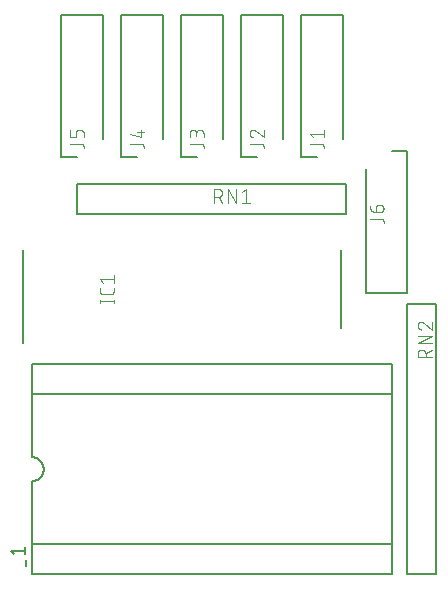
<source format=gbr>
G04 EAGLE Gerber RS-274X export*
G75*
%MOMM*%
%FSLAX34Y34*%
%LPD*%
%INSilkscreen Top*%
%IPPOS*%
%AMOC8*
5,1,8,0,0,1.08239X$1,22.5*%
G01*
%ADD10C,0.152400*%
%ADD11C,0.127000*%
%ADD12C,0.200000*%
%ADD13C,0.101600*%


D10*
X317500Y190500D02*
X12700Y190500D01*
X12700Y12700D02*
X317500Y12700D01*
X317500Y165100D02*
X317500Y190500D01*
X12700Y190500D02*
X12700Y165100D01*
X12700Y38100D02*
X12700Y12700D01*
X12700Y91440D02*
X12947Y91443D01*
X13195Y91452D01*
X13442Y91467D01*
X13688Y91488D01*
X13934Y91515D01*
X14179Y91548D01*
X14424Y91587D01*
X14667Y91632D01*
X14909Y91683D01*
X15150Y91740D01*
X15389Y91802D01*
X15627Y91871D01*
X15863Y91945D01*
X16097Y92025D01*
X16329Y92110D01*
X16559Y92202D01*
X16787Y92298D01*
X17012Y92401D01*
X17235Y92508D01*
X17455Y92622D01*
X17672Y92740D01*
X17887Y92864D01*
X18098Y92993D01*
X18306Y93127D01*
X18511Y93266D01*
X18712Y93410D01*
X18910Y93558D01*
X19104Y93712D01*
X19294Y93870D01*
X19480Y94033D01*
X19662Y94200D01*
X19840Y94372D01*
X20014Y94548D01*
X20184Y94728D01*
X20349Y94913D01*
X20509Y95101D01*
X20665Y95293D01*
X20817Y95489D01*
X20963Y95688D01*
X21105Y95891D01*
X21241Y96098D01*
X21373Y96307D01*
X21499Y96520D01*
X21620Y96736D01*
X21736Y96954D01*
X21846Y97176D01*
X21951Y97400D01*
X22051Y97626D01*
X22145Y97855D01*
X22233Y98086D01*
X22316Y98320D01*
X22393Y98555D01*
X22464Y98792D01*
X22530Y99030D01*
X22589Y99270D01*
X22643Y99512D01*
X22691Y99755D01*
X22733Y99998D01*
X22769Y100243D01*
X22799Y100489D01*
X22823Y100735D01*
X22841Y100982D01*
X22853Y101229D01*
X22859Y101476D01*
X22859Y101724D01*
X22853Y101971D01*
X22841Y102218D01*
X22823Y102465D01*
X22799Y102711D01*
X22769Y102957D01*
X22733Y103202D01*
X22691Y103445D01*
X22643Y103688D01*
X22589Y103930D01*
X22530Y104170D01*
X22464Y104408D01*
X22393Y104645D01*
X22316Y104880D01*
X22233Y105114D01*
X22145Y105345D01*
X22051Y105574D01*
X21951Y105800D01*
X21846Y106024D01*
X21736Y106246D01*
X21620Y106464D01*
X21499Y106680D01*
X21373Y106893D01*
X21241Y107102D01*
X21105Y107309D01*
X20963Y107512D01*
X20817Y107711D01*
X20665Y107907D01*
X20509Y108099D01*
X20349Y108287D01*
X20184Y108472D01*
X20014Y108652D01*
X19840Y108828D01*
X19662Y109000D01*
X19480Y109167D01*
X19294Y109330D01*
X19104Y109488D01*
X18910Y109642D01*
X18712Y109790D01*
X18511Y109934D01*
X18306Y110073D01*
X18098Y110207D01*
X17887Y110336D01*
X17672Y110460D01*
X17455Y110578D01*
X17235Y110692D01*
X17012Y110799D01*
X16787Y110902D01*
X16559Y110998D01*
X16329Y111090D01*
X16097Y111175D01*
X15863Y111255D01*
X15627Y111329D01*
X15389Y111398D01*
X15150Y111460D01*
X14909Y111517D01*
X14667Y111568D01*
X14424Y111613D01*
X14179Y111652D01*
X13934Y111685D01*
X13688Y111712D01*
X13442Y111733D01*
X13195Y111748D01*
X12947Y111757D01*
X12700Y111760D01*
X12700Y165100D01*
X317500Y165100D02*
X317500Y38100D01*
X12700Y38100D01*
X12700Y91440D01*
X317500Y38100D02*
X317500Y12700D01*
X317500Y165100D02*
X12700Y165100D01*
D11*
X8255Y24765D02*
X8255Y19685D01*
X-1905Y29337D02*
X-4445Y32512D01*
X6985Y32512D01*
X6985Y29337D02*
X6985Y35687D01*
D12*
X276000Y381000D02*
X276000Y486000D01*
X241000Y486000D01*
X241000Y366000D01*
X254000Y366000D01*
D13*
X257246Y377065D02*
X248158Y377065D01*
X257246Y377065D02*
X257345Y377063D01*
X257445Y377057D01*
X257544Y377048D01*
X257642Y377035D01*
X257740Y377018D01*
X257838Y376997D01*
X257934Y376972D01*
X258029Y376944D01*
X258123Y376912D01*
X258216Y376877D01*
X258308Y376838D01*
X258398Y376795D01*
X258486Y376750D01*
X258573Y376700D01*
X258657Y376648D01*
X258740Y376592D01*
X258820Y376534D01*
X258898Y376472D01*
X258973Y376407D01*
X259046Y376339D01*
X259116Y376269D01*
X259184Y376196D01*
X259249Y376121D01*
X259311Y376043D01*
X259369Y375963D01*
X259425Y375880D01*
X259477Y375796D01*
X259527Y375709D01*
X259572Y375621D01*
X259615Y375531D01*
X259654Y375439D01*
X259689Y375346D01*
X259721Y375252D01*
X259749Y375157D01*
X259774Y375061D01*
X259795Y374963D01*
X259812Y374865D01*
X259825Y374767D01*
X259834Y374668D01*
X259840Y374568D01*
X259842Y374469D01*
X259842Y373170D01*
X250754Y382339D02*
X248158Y385584D01*
X259842Y385584D01*
X259842Y382339D02*
X259842Y388830D01*
D12*
X225200Y381000D02*
X225200Y486000D01*
X190200Y486000D01*
X190200Y366000D01*
X203200Y366000D01*
D13*
X206446Y377065D02*
X197358Y377065D01*
X206446Y377065D02*
X206545Y377063D01*
X206645Y377057D01*
X206744Y377048D01*
X206842Y377035D01*
X206940Y377018D01*
X207038Y376997D01*
X207134Y376972D01*
X207229Y376944D01*
X207323Y376912D01*
X207416Y376877D01*
X207508Y376838D01*
X207598Y376795D01*
X207686Y376750D01*
X207773Y376700D01*
X207857Y376648D01*
X207940Y376592D01*
X208020Y376534D01*
X208098Y376472D01*
X208173Y376407D01*
X208246Y376339D01*
X208316Y376269D01*
X208384Y376196D01*
X208449Y376121D01*
X208511Y376043D01*
X208569Y375963D01*
X208625Y375880D01*
X208677Y375796D01*
X208727Y375709D01*
X208772Y375621D01*
X208815Y375531D01*
X208854Y375439D01*
X208889Y375346D01*
X208921Y375252D01*
X208949Y375157D01*
X208974Y375061D01*
X208995Y374963D01*
X209012Y374865D01*
X209025Y374767D01*
X209034Y374668D01*
X209040Y374568D01*
X209042Y374469D01*
X209042Y373170D01*
X197358Y385909D02*
X197360Y386016D01*
X197366Y386122D01*
X197376Y386228D01*
X197389Y386334D01*
X197407Y386440D01*
X197428Y386544D01*
X197453Y386648D01*
X197482Y386751D01*
X197514Y386852D01*
X197551Y386952D01*
X197591Y387051D01*
X197634Y387149D01*
X197681Y387245D01*
X197732Y387339D01*
X197786Y387431D01*
X197843Y387521D01*
X197903Y387609D01*
X197967Y387694D01*
X198034Y387777D01*
X198104Y387858D01*
X198176Y387936D01*
X198252Y388012D01*
X198330Y388084D01*
X198411Y388154D01*
X198494Y388221D01*
X198579Y388285D01*
X198667Y388345D01*
X198757Y388402D01*
X198849Y388456D01*
X198943Y388507D01*
X199039Y388554D01*
X199137Y388597D01*
X199236Y388637D01*
X199336Y388674D01*
X199437Y388706D01*
X199540Y388735D01*
X199644Y388760D01*
X199748Y388781D01*
X199854Y388799D01*
X199960Y388812D01*
X200066Y388822D01*
X200172Y388828D01*
X200279Y388830D01*
X197358Y385909D02*
X197360Y385788D01*
X197366Y385667D01*
X197376Y385547D01*
X197389Y385426D01*
X197407Y385307D01*
X197428Y385187D01*
X197453Y385069D01*
X197482Y384952D01*
X197515Y384835D01*
X197551Y384720D01*
X197592Y384606D01*
X197635Y384493D01*
X197683Y384381D01*
X197734Y384272D01*
X197789Y384164D01*
X197847Y384057D01*
X197908Y383953D01*
X197973Y383851D01*
X198041Y383751D01*
X198112Y383653D01*
X198186Y383557D01*
X198263Y383464D01*
X198344Y383374D01*
X198427Y383286D01*
X198513Y383201D01*
X198602Y383118D01*
X198693Y383039D01*
X198787Y382962D01*
X198883Y382889D01*
X198981Y382819D01*
X199082Y382752D01*
X199185Y382688D01*
X199290Y382628D01*
X199397Y382570D01*
X199505Y382517D01*
X199615Y382467D01*
X199727Y382421D01*
X199840Y382378D01*
X199955Y382339D01*
X202551Y387855D02*
X202473Y387934D01*
X202393Y388010D01*
X202310Y388083D01*
X202224Y388153D01*
X202137Y388220D01*
X202046Y388284D01*
X201954Y388344D01*
X201860Y388402D01*
X201763Y388456D01*
X201665Y388506D01*
X201565Y388553D01*
X201464Y388597D01*
X201361Y388637D01*
X201256Y388673D01*
X201151Y388705D01*
X201044Y388734D01*
X200937Y388759D01*
X200828Y388781D01*
X200719Y388798D01*
X200610Y388812D01*
X200500Y388821D01*
X200389Y388827D01*
X200279Y388829D01*
X202551Y387856D02*
X209042Y382339D01*
X209042Y388830D01*
D12*
X174400Y381000D02*
X174400Y486000D01*
X139400Y486000D01*
X139400Y366000D01*
X152400Y366000D01*
D13*
X155646Y377065D02*
X146558Y377065D01*
X155646Y377065D02*
X155745Y377063D01*
X155845Y377057D01*
X155944Y377048D01*
X156042Y377035D01*
X156140Y377018D01*
X156238Y376997D01*
X156334Y376972D01*
X156429Y376944D01*
X156523Y376912D01*
X156616Y376877D01*
X156708Y376838D01*
X156798Y376795D01*
X156886Y376750D01*
X156973Y376700D01*
X157057Y376648D01*
X157140Y376592D01*
X157220Y376534D01*
X157298Y376472D01*
X157373Y376407D01*
X157446Y376339D01*
X157516Y376269D01*
X157584Y376196D01*
X157649Y376121D01*
X157711Y376043D01*
X157769Y375963D01*
X157825Y375880D01*
X157877Y375796D01*
X157927Y375709D01*
X157972Y375621D01*
X158015Y375531D01*
X158054Y375439D01*
X158089Y375346D01*
X158121Y375252D01*
X158149Y375157D01*
X158174Y375061D01*
X158195Y374963D01*
X158212Y374865D01*
X158225Y374767D01*
X158234Y374668D01*
X158240Y374568D01*
X158242Y374469D01*
X158242Y373170D01*
X158242Y382339D02*
X158242Y385584D01*
X158240Y385697D01*
X158234Y385810D01*
X158224Y385923D01*
X158210Y386036D01*
X158193Y386148D01*
X158171Y386259D01*
X158146Y386369D01*
X158116Y386479D01*
X158083Y386587D01*
X158046Y386694D01*
X158006Y386800D01*
X157961Y386904D01*
X157913Y387007D01*
X157862Y387108D01*
X157807Y387207D01*
X157749Y387304D01*
X157687Y387399D01*
X157622Y387492D01*
X157554Y387582D01*
X157483Y387670D01*
X157408Y387756D01*
X157331Y387839D01*
X157251Y387919D01*
X157168Y387996D01*
X157082Y388071D01*
X156994Y388142D01*
X156904Y388210D01*
X156811Y388275D01*
X156716Y388337D01*
X156619Y388395D01*
X156520Y388450D01*
X156419Y388501D01*
X156316Y388549D01*
X156212Y388594D01*
X156106Y388634D01*
X155999Y388671D01*
X155891Y388704D01*
X155781Y388734D01*
X155671Y388759D01*
X155560Y388781D01*
X155448Y388798D01*
X155335Y388812D01*
X155222Y388822D01*
X155109Y388828D01*
X154996Y388830D01*
X154883Y388828D01*
X154770Y388822D01*
X154657Y388812D01*
X154544Y388798D01*
X154432Y388781D01*
X154321Y388759D01*
X154211Y388734D01*
X154101Y388704D01*
X153993Y388671D01*
X153886Y388634D01*
X153780Y388594D01*
X153676Y388549D01*
X153573Y388501D01*
X153472Y388450D01*
X153373Y388395D01*
X153276Y388337D01*
X153181Y388275D01*
X153088Y388210D01*
X152998Y388142D01*
X152910Y388071D01*
X152824Y387996D01*
X152741Y387919D01*
X152661Y387839D01*
X152584Y387756D01*
X152509Y387670D01*
X152438Y387582D01*
X152370Y387492D01*
X152305Y387399D01*
X152243Y387304D01*
X152185Y387207D01*
X152130Y387108D01*
X152079Y387007D01*
X152031Y386904D01*
X151986Y386800D01*
X151946Y386694D01*
X151909Y386587D01*
X151876Y386479D01*
X151846Y386369D01*
X151821Y386259D01*
X151799Y386148D01*
X151782Y386036D01*
X151768Y385923D01*
X151758Y385810D01*
X151752Y385697D01*
X151750Y385584D01*
X146558Y386233D02*
X146558Y382339D01*
X146558Y386233D02*
X146560Y386334D01*
X146566Y386434D01*
X146576Y386534D01*
X146589Y386634D01*
X146607Y386733D01*
X146628Y386832D01*
X146653Y386929D01*
X146682Y387026D01*
X146715Y387121D01*
X146751Y387215D01*
X146791Y387307D01*
X146834Y387398D01*
X146881Y387487D01*
X146931Y387574D01*
X146985Y387660D01*
X147042Y387743D01*
X147102Y387823D01*
X147165Y387902D01*
X147232Y387978D01*
X147301Y388051D01*
X147373Y388121D01*
X147447Y388189D01*
X147524Y388254D01*
X147604Y388315D01*
X147686Y388374D01*
X147770Y388429D01*
X147856Y388481D01*
X147944Y388530D01*
X148034Y388575D01*
X148126Y388617D01*
X148219Y388655D01*
X148314Y388689D01*
X148409Y388720D01*
X148506Y388747D01*
X148604Y388770D01*
X148703Y388790D01*
X148803Y388805D01*
X148903Y388817D01*
X149003Y388825D01*
X149104Y388829D01*
X149204Y388829D01*
X149305Y388825D01*
X149405Y388817D01*
X149505Y388805D01*
X149605Y388790D01*
X149704Y388770D01*
X149802Y388747D01*
X149899Y388720D01*
X149994Y388689D01*
X150089Y388655D01*
X150182Y388617D01*
X150274Y388575D01*
X150364Y388530D01*
X150452Y388481D01*
X150538Y388429D01*
X150622Y388374D01*
X150704Y388315D01*
X150784Y388254D01*
X150861Y388189D01*
X150935Y388121D01*
X151007Y388051D01*
X151076Y387978D01*
X151143Y387902D01*
X151206Y387823D01*
X151266Y387743D01*
X151323Y387660D01*
X151377Y387574D01*
X151427Y387487D01*
X151474Y387398D01*
X151517Y387307D01*
X151557Y387215D01*
X151593Y387121D01*
X151626Y387026D01*
X151655Y386929D01*
X151680Y386832D01*
X151701Y386733D01*
X151719Y386634D01*
X151732Y386534D01*
X151742Y386434D01*
X151748Y386334D01*
X151750Y386233D01*
X151751Y386233D02*
X151751Y383637D01*
D12*
X123600Y381000D02*
X123600Y486000D01*
X88600Y486000D01*
X88600Y366000D01*
X101600Y366000D01*
D13*
X104846Y377065D02*
X95758Y377065D01*
X104846Y377065D02*
X104945Y377063D01*
X105045Y377057D01*
X105144Y377048D01*
X105242Y377035D01*
X105340Y377018D01*
X105438Y376997D01*
X105534Y376972D01*
X105629Y376944D01*
X105723Y376912D01*
X105816Y376877D01*
X105908Y376838D01*
X105998Y376795D01*
X106086Y376750D01*
X106173Y376700D01*
X106257Y376648D01*
X106340Y376592D01*
X106420Y376534D01*
X106498Y376472D01*
X106573Y376407D01*
X106646Y376339D01*
X106716Y376269D01*
X106784Y376196D01*
X106849Y376121D01*
X106911Y376043D01*
X106969Y375963D01*
X107025Y375880D01*
X107077Y375796D01*
X107127Y375709D01*
X107172Y375621D01*
X107215Y375531D01*
X107254Y375439D01*
X107289Y375346D01*
X107321Y375252D01*
X107349Y375157D01*
X107374Y375061D01*
X107395Y374963D01*
X107412Y374865D01*
X107425Y374767D01*
X107434Y374668D01*
X107440Y374568D01*
X107442Y374469D01*
X107442Y373170D01*
X104846Y382339D02*
X95758Y384935D01*
X104846Y382339D02*
X104846Y388830D01*
X107442Y386882D02*
X102249Y386882D01*
D12*
X72800Y381000D02*
X72800Y486000D01*
X37800Y486000D01*
X37800Y366000D01*
X50800Y366000D01*
D13*
X54046Y377065D02*
X44958Y377065D01*
X54046Y377065D02*
X54145Y377063D01*
X54245Y377057D01*
X54344Y377048D01*
X54442Y377035D01*
X54540Y377018D01*
X54638Y376997D01*
X54734Y376972D01*
X54829Y376944D01*
X54923Y376912D01*
X55016Y376877D01*
X55108Y376838D01*
X55198Y376795D01*
X55286Y376750D01*
X55373Y376700D01*
X55457Y376648D01*
X55540Y376592D01*
X55620Y376534D01*
X55698Y376472D01*
X55773Y376407D01*
X55846Y376339D01*
X55916Y376269D01*
X55984Y376196D01*
X56049Y376121D01*
X56111Y376043D01*
X56169Y375963D01*
X56225Y375880D01*
X56277Y375796D01*
X56327Y375709D01*
X56372Y375621D01*
X56415Y375531D01*
X56454Y375439D01*
X56489Y375346D01*
X56521Y375252D01*
X56549Y375157D01*
X56574Y375061D01*
X56595Y374963D01*
X56612Y374865D01*
X56625Y374767D01*
X56634Y374668D01*
X56640Y374568D01*
X56642Y374469D01*
X56642Y373170D01*
X56642Y382339D02*
X56642Y386233D01*
X56640Y386332D01*
X56634Y386432D01*
X56625Y386531D01*
X56612Y386629D01*
X56595Y386727D01*
X56574Y386825D01*
X56549Y386921D01*
X56521Y387016D01*
X56489Y387110D01*
X56454Y387203D01*
X56415Y387295D01*
X56372Y387385D01*
X56327Y387473D01*
X56277Y387560D01*
X56225Y387644D01*
X56169Y387727D01*
X56111Y387807D01*
X56049Y387885D01*
X55984Y387960D01*
X55916Y388033D01*
X55846Y388103D01*
X55773Y388171D01*
X55698Y388236D01*
X55620Y388298D01*
X55540Y388356D01*
X55457Y388412D01*
X55373Y388464D01*
X55286Y388514D01*
X55198Y388559D01*
X55108Y388602D01*
X55016Y388641D01*
X54923Y388676D01*
X54829Y388708D01*
X54734Y388736D01*
X54638Y388761D01*
X54540Y388782D01*
X54442Y388799D01*
X54344Y388812D01*
X54245Y388821D01*
X54145Y388827D01*
X54046Y388829D01*
X54046Y388830D02*
X52747Y388830D01*
X52747Y388829D02*
X52648Y388827D01*
X52548Y388821D01*
X52449Y388812D01*
X52351Y388799D01*
X52253Y388782D01*
X52155Y388761D01*
X52059Y388736D01*
X51964Y388708D01*
X51870Y388676D01*
X51777Y388641D01*
X51685Y388602D01*
X51595Y388559D01*
X51507Y388514D01*
X51420Y388464D01*
X51336Y388412D01*
X51253Y388356D01*
X51173Y388298D01*
X51095Y388236D01*
X51020Y388171D01*
X50947Y388103D01*
X50877Y388033D01*
X50809Y387960D01*
X50744Y387885D01*
X50682Y387807D01*
X50624Y387727D01*
X50568Y387644D01*
X50516Y387560D01*
X50466Y387473D01*
X50421Y387385D01*
X50378Y387295D01*
X50339Y387203D01*
X50304Y387110D01*
X50272Y387016D01*
X50244Y386921D01*
X50219Y386825D01*
X50198Y386727D01*
X50181Y386629D01*
X50168Y386531D01*
X50159Y386432D01*
X50153Y386332D01*
X50151Y386233D01*
X50151Y382339D01*
X44958Y382339D01*
X44958Y388830D01*
D12*
X295500Y355600D02*
X295500Y250600D01*
X330500Y250600D01*
X330500Y370600D01*
X317500Y370600D01*
D13*
X308046Y313565D02*
X298958Y313565D01*
X308046Y313565D02*
X308145Y313563D01*
X308245Y313557D01*
X308344Y313548D01*
X308442Y313535D01*
X308540Y313518D01*
X308638Y313497D01*
X308734Y313472D01*
X308829Y313444D01*
X308923Y313412D01*
X309016Y313377D01*
X309108Y313338D01*
X309198Y313295D01*
X309286Y313250D01*
X309373Y313200D01*
X309457Y313148D01*
X309540Y313092D01*
X309620Y313034D01*
X309698Y312972D01*
X309773Y312907D01*
X309846Y312839D01*
X309916Y312769D01*
X309984Y312696D01*
X310049Y312621D01*
X310111Y312543D01*
X310169Y312463D01*
X310225Y312380D01*
X310277Y312296D01*
X310327Y312209D01*
X310372Y312121D01*
X310415Y312031D01*
X310454Y311939D01*
X310489Y311846D01*
X310521Y311752D01*
X310549Y311657D01*
X310574Y311561D01*
X310595Y311463D01*
X310612Y311365D01*
X310625Y311267D01*
X310634Y311168D01*
X310640Y311068D01*
X310642Y310969D01*
X310642Y309670D01*
X304151Y318838D02*
X304151Y322733D01*
X304153Y322832D01*
X304159Y322932D01*
X304168Y323031D01*
X304181Y323129D01*
X304198Y323227D01*
X304219Y323325D01*
X304244Y323421D01*
X304272Y323516D01*
X304304Y323610D01*
X304339Y323703D01*
X304378Y323795D01*
X304421Y323885D01*
X304466Y323973D01*
X304516Y324060D01*
X304568Y324144D01*
X304624Y324227D01*
X304682Y324307D01*
X304744Y324385D01*
X304809Y324460D01*
X304877Y324533D01*
X304947Y324603D01*
X305020Y324671D01*
X305095Y324736D01*
X305173Y324798D01*
X305253Y324856D01*
X305336Y324912D01*
X305420Y324964D01*
X305507Y325014D01*
X305595Y325059D01*
X305685Y325102D01*
X305777Y325141D01*
X305870Y325176D01*
X305964Y325208D01*
X306059Y325236D01*
X306155Y325261D01*
X306253Y325282D01*
X306351Y325299D01*
X306449Y325312D01*
X306548Y325321D01*
X306648Y325327D01*
X306747Y325329D01*
X306747Y325330D02*
X307396Y325330D01*
X307509Y325328D01*
X307622Y325322D01*
X307735Y325312D01*
X307848Y325298D01*
X307960Y325281D01*
X308071Y325259D01*
X308181Y325234D01*
X308291Y325204D01*
X308399Y325171D01*
X308506Y325134D01*
X308612Y325094D01*
X308716Y325049D01*
X308819Y325001D01*
X308920Y324950D01*
X309019Y324895D01*
X309116Y324837D01*
X309211Y324775D01*
X309304Y324710D01*
X309394Y324642D01*
X309482Y324571D01*
X309568Y324496D01*
X309651Y324419D01*
X309731Y324339D01*
X309808Y324256D01*
X309883Y324170D01*
X309954Y324082D01*
X310022Y323992D01*
X310087Y323899D01*
X310149Y323804D01*
X310207Y323707D01*
X310262Y323608D01*
X310313Y323507D01*
X310361Y323404D01*
X310406Y323300D01*
X310446Y323194D01*
X310483Y323087D01*
X310516Y322979D01*
X310546Y322869D01*
X310571Y322759D01*
X310593Y322648D01*
X310610Y322536D01*
X310624Y322423D01*
X310634Y322310D01*
X310640Y322197D01*
X310642Y322084D01*
X310640Y321971D01*
X310634Y321858D01*
X310624Y321745D01*
X310610Y321632D01*
X310593Y321520D01*
X310571Y321409D01*
X310546Y321299D01*
X310516Y321189D01*
X310483Y321081D01*
X310446Y320974D01*
X310406Y320868D01*
X310361Y320764D01*
X310313Y320661D01*
X310262Y320560D01*
X310207Y320461D01*
X310149Y320364D01*
X310087Y320269D01*
X310022Y320176D01*
X309954Y320086D01*
X309883Y319998D01*
X309808Y319912D01*
X309731Y319829D01*
X309651Y319749D01*
X309568Y319672D01*
X309482Y319597D01*
X309394Y319526D01*
X309304Y319458D01*
X309211Y319393D01*
X309116Y319331D01*
X309019Y319273D01*
X308920Y319218D01*
X308819Y319167D01*
X308716Y319119D01*
X308612Y319074D01*
X308506Y319034D01*
X308399Y318997D01*
X308291Y318964D01*
X308181Y318934D01*
X308071Y318909D01*
X307960Y318887D01*
X307848Y318870D01*
X307735Y318856D01*
X307622Y318846D01*
X307509Y318840D01*
X307396Y318838D01*
X304151Y318838D01*
X304008Y318840D01*
X303865Y318846D01*
X303722Y318856D01*
X303580Y318870D01*
X303438Y318887D01*
X303296Y318909D01*
X303155Y318934D01*
X303015Y318964D01*
X302876Y318997D01*
X302738Y319034D01*
X302601Y319075D01*
X302465Y319119D01*
X302330Y319168D01*
X302197Y319220D01*
X302065Y319275D01*
X301935Y319335D01*
X301806Y319398D01*
X301679Y319464D01*
X301555Y319534D01*
X301432Y319607D01*
X301311Y319684D01*
X301192Y319763D01*
X301076Y319847D01*
X300961Y319933D01*
X300850Y320022D01*
X300741Y320115D01*
X300634Y320210D01*
X300530Y320309D01*
X300429Y320410D01*
X300330Y320514D01*
X300235Y320620D01*
X300142Y320730D01*
X300053Y320841D01*
X299967Y320955D01*
X299884Y321072D01*
X299804Y321191D01*
X299727Y321312D01*
X299654Y321434D01*
X299584Y321559D01*
X299518Y321686D01*
X299455Y321815D01*
X299395Y321945D01*
X299340Y322077D01*
X299288Y322210D01*
X299239Y322345D01*
X299195Y322481D01*
X299154Y322618D01*
X299117Y322756D01*
X299084Y322895D01*
X299054Y323035D01*
X299029Y323176D01*
X299007Y323318D01*
X298990Y323460D01*
X298976Y323602D01*
X298966Y323745D01*
X298960Y323888D01*
X298958Y324031D01*
D12*
X5100Y287000D02*
X5100Y208650D01*
X274300Y221000D02*
X274300Y287000D01*
D13*
X82042Y243692D02*
X70358Y243692D01*
X82042Y242394D02*
X82042Y244990D01*
X70358Y244990D02*
X70358Y242394D01*
X82042Y252154D02*
X82042Y254750D01*
X82042Y252154D02*
X82040Y252055D01*
X82034Y251955D01*
X82025Y251856D01*
X82012Y251758D01*
X81995Y251660D01*
X81974Y251562D01*
X81949Y251466D01*
X81921Y251371D01*
X81889Y251277D01*
X81854Y251184D01*
X81815Y251092D01*
X81772Y251002D01*
X81727Y250914D01*
X81677Y250827D01*
X81625Y250743D01*
X81569Y250660D01*
X81511Y250580D01*
X81449Y250502D01*
X81384Y250427D01*
X81316Y250354D01*
X81246Y250284D01*
X81173Y250216D01*
X81098Y250151D01*
X81020Y250089D01*
X80940Y250031D01*
X80857Y249975D01*
X80773Y249923D01*
X80686Y249873D01*
X80598Y249828D01*
X80508Y249785D01*
X80416Y249746D01*
X80323Y249711D01*
X80229Y249679D01*
X80134Y249651D01*
X80038Y249626D01*
X79940Y249605D01*
X79842Y249588D01*
X79744Y249575D01*
X79645Y249566D01*
X79545Y249560D01*
X79446Y249558D01*
X79446Y249557D02*
X72954Y249557D01*
X72855Y249559D01*
X72755Y249565D01*
X72656Y249574D01*
X72558Y249587D01*
X72460Y249605D01*
X72362Y249625D01*
X72266Y249650D01*
X72170Y249678D01*
X72076Y249710D01*
X71983Y249745D01*
X71892Y249784D01*
X71802Y249827D01*
X71713Y249872D01*
X71627Y249922D01*
X71542Y249974D01*
X71460Y250030D01*
X71380Y250089D01*
X71302Y250150D01*
X71226Y250215D01*
X71153Y250283D01*
X71083Y250353D01*
X71015Y250426D01*
X70950Y250502D01*
X70889Y250580D01*
X70830Y250660D01*
X70774Y250742D01*
X70722Y250827D01*
X70673Y250913D01*
X70627Y251002D01*
X70584Y251092D01*
X70545Y251183D01*
X70510Y251276D01*
X70478Y251370D01*
X70450Y251466D01*
X70425Y251562D01*
X70405Y251660D01*
X70387Y251758D01*
X70374Y251856D01*
X70365Y251955D01*
X70359Y252054D01*
X70357Y252154D01*
X70358Y252154D02*
X70358Y254750D01*
X72954Y259115D02*
X70358Y262361D01*
X82042Y262361D01*
X82042Y265606D02*
X82042Y259115D01*
D12*
X51050Y342650D02*
X279150Y342650D01*
X279150Y317750D01*
X51050Y317750D01*
X51050Y342650D01*
D13*
X167484Y338665D02*
X167484Y326981D01*
X167484Y338665D02*
X170729Y338665D01*
X170729Y338666D02*
X170842Y338664D01*
X170955Y338658D01*
X171068Y338648D01*
X171181Y338634D01*
X171293Y338617D01*
X171404Y338595D01*
X171514Y338570D01*
X171624Y338540D01*
X171732Y338507D01*
X171839Y338470D01*
X171945Y338430D01*
X172049Y338385D01*
X172152Y338337D01*
X172253Y338286D01*
X172352Y338231D01*
X172449Y338173D01*
X172544Y338111D01*
X172637Y338046D01*
X172727Y337978D01*
X172815Y337907D01*
X172901Y337832D01*
X172984Y337755D01*
X173064Y337675D01*
X173141Y337592D01*
X173216Y337506D01*
X173287Y337418D01*
X173355Y337328D01*
X173420Y337235D01*
X173482Y337140D01*
X173540Y337043D01*
X173595Y336944D01*
X173646Y336843D01*
X173694Y336740D01*
X173739Y336636D01*
X173779Y336530D01*
X173816Y336423D01*
X173849Y336315D01*
X173879Y336205D01*
X173904Y336095D01*
X173926Y335984D01*
X173943Y335872D01*
X173957Y335759D01*
X173967Y335646D01*
X173973Y335533D01*
X173975Y335420D01*
X173973Y335307D01*
X173967Y335194D01*
X173957Y335081D01*
X173943Y334968D01*
X173926Y334856D01*
X173904Y334745D01*
X173879Y334635D01*
X173849Y334525D01*
X173816Y334417D01*
X173779Y334310D01*
X173739Y334204D01*
X173694Y334100D01*
X173646Y333997D01*
X173595Y333896D01*
X173540Y333797D01*
X173482Y333700D01*
X173420Y333605D01*
X173355Y333512D01*
X173287Y333422D01*
X173216Y333334D01*
X173141Y333248D01*
X173064Y333165D01*
X172984Y333085D01*
X172901Y333008D01*
X172815Y332933D01*
X172727Y332862D01*
X172637Y332794D01*
X172544Y332729D01*
X172449Y332667D01*
X172352Y332609D01*
X172253Y332554D01*
X172152Y332503D01*
X172049Y332455D01*
X171945Y332410D01*
X171839Y332370D01*
X171732Y332333D01*
X171624Y332300D01*
X171514Y332270D01*
X171404Y332245D01*
X171293Y332223D01*
X171181Y332206D01*
X171068Y332192D01*
X170955Y332182D01*
X170842Y332176D01*
X170729Y332174D01*
X167484Y332174D01*
X171378Y332174D02*
X173975Y326981D01*
X179221Y326981D02*
X179221Y338665D01*
X185712Y326981D01*
X185712Y338665D01*
X191032Y336069D02*
X194277Y338665D01*
X194277Y326981D01*
X191032Y326981D02*
X197523Y326981D01*
D12*
X355350Y241050D02*
X355350Y12950D01*
X330450Y12950D01*
X330450Y241050D01*
X355350Y241050D01*
D13*
X351365Y196177D02*
X339681Y196177D01*
X339681Y199423D01*
X339683Y199536D01*
X339689Y199649D01*
X339699Y199762D01*
X339713Y199875D01*
X339730Y199987D01*
X339752Y200098D01*
X339777Y200208D01*
X339807Y200318D01*
X339840Y200426D01*
X339877Y200533D01*
X339917Y200639D01*
X339962Y200743D01*
X340010Y200846D01*
X340061Y200947D01*
X340116Y201046D01*
X340174Y201143D01*
X340236Y201238D01*
X340301Y201331D01*
X340369Y201421D01*
X340440Y201509D01*
X340515Y201595D01*
X340592Y201678D01*
X340672Y201758D01*
X340755Y201835D01*
X340841Y201910D01*
X340929Y201981D01*
X341019Y202049D01*
X341112Y202114D01*
X341207Y202176D01*
X341304Y202234D01*
X341403Y202289D01*
X341504Y202340D01*
X341607Y202388D01*
X341711Y202433D01*
X341817Y202473D01*
X341924Y202510D01*
X342032Y202543D01*
X342142Y202573D01*
X342252Y202598D01*
X342363Y202620D01*
X342475Y202637D01*
X342588Y202651D01*
X342701Y202661D01*
X342814Y202667D01*
X342927Y202669D01*
X343040Y202667D01*
X343153Y202661D01*
X343266Y202651D01*
X343379Y202637D01*
X343491Y202620D01*
X343602Y202598D01*
X343712Y202573D01*
X343822Y202543D01*
X343930Y202510D01*
X344037Y202473D01*
X344143Y202433D01*
X344247Y202388D01*
X344350Y202340D01*
X344451Y202289D01*
X344550Y202234D01*
X344647Y202176D01*
X344742Y202114D01*
X344835Y202049D01*
X344925Y201981D01*
X345013Y201910D01*
X345099Y201835D01*
X345182Y201758D01*
X345262Y201678D01*
X345339Y201595D01*
X345414Y201509D01*
X345485Y201421D01*
X345553Y201331D01*
X345618Y201238D01*
X345680Y201143D01*
X345738Y201046D01*
X345793Y200947D01*
X345844Y200846D01*
X345892Y200743D01*
X345937Y200639D01*
X345977Y200533D01*
X346014Y200426D01*
X346047Y200318D01*
X346077Y200208D01*
X346102Y200098D01*
X346124Y199987D01*
X346141Y199875D01*
X346155Y199762D01*
X346165Y199649D01*
X346171Y199536D01*
X346173Y199423D01*
X346172Y199423D02*
X346172Y196177D01*
X346172Y200072D02*
X351365Y202668D01*
X351365Y207914D02*
X339681Y207914D01*
X351365Y214405D01*
X339681Y214405D01*
X339681Y223295D02*
X339683Y223402D01*
X339689Y223508D01*
X339699Y223614D01*
X339712Y223720D01*
X339730Y223826D01*
X339751Y223930D01*
X339776Y224034D01*
X339805Y224137D01*
X339837Y224238D01*
X339874Y224338D01*
X339914Y224437D01*
X339957Y224535D01*
X340004Y224631D01*
X340055Y224725D01*
X340109Y224817D01*
X340166Y224907D01*
X340226Y224995D01*
X340290Y225080D01*
X340357Y225163D01*
X340427Y225244D01*
X340499Y225322D01*
X340575Y225398D01*
X340653Y225470D01*
X340734Y225540D01*
X340817Y225607D01*
X340902Y225671D01*
X340990Y225731D01*
X341080Y225788D01*
X341172Y225842D01*
X341266Y225893D01*
X341362Y225940D01*
X341460Y225983D01*
X341559Y226023D01*
X341659Y226060D01*
X341760Y226092D01*
X341863Y226121D01*
X341967Y226146D01*
X342071Y226167D01*
X342177Y226185D01*
X342283Y226198D01*
X342389Y226208D01*
X342495Y226214D01*
X342602Y226216D01*
X339681Y223295D02*
X339683Y223174D01*
X339689Y223053D01*
X339699Y222933D01*
X339712Y222812D01*
X339730Y222693D01*
X339751Y222573D01*
X339776Y222455D01*
X339805Y222338D01*
X339838Y222221D01*
X339874Y222106D01*
X339915Y221992D01*
X339958Y221879D01*
X340006Y221767D01*
X340057Y221658D01*
X340112Y221550D01*
X340170Y221443D01*
X340231Y221339D01*
X340296Y221237D01*
X340364Y221137D01*
X340435Y221039D01*
X340509Y220943D01*
X340586Y220850D01*
X340667Y220760D01*
X340750Y220672D01*
X340836Y220587D01*
X340925Y220504D01*
X341016Y220425D01*
X341110Y220348D01*
X341206Y220275D01*
X341304Y220205D01*
X341405Y220138D01*
X341508Y220074D01*
X341613Y220014D01*
X341720Y219956D01*
X341828Y219903D01*
X341938Y219853D01*
X342050Y219807D01*
X342163Y219764D01*
X342278Y219725D01*
X344874Y225242D02*
X344796Y225321D01*
X344716Y225397D01*
X344633Y225470D01*
X344547Y225540D01*
X344460Y225607D01*
X344369Y225671D01*
X344277Y225731D01*
X344183Y225789D01*
X344086Y225843D01*
X343988Y225893D01*
X343888Y225940D01*
X343787Y225984D01*
X343684Y226024D01*
X343579Y226060D01*
X343474Y226092D01*
X343367Y226121D01*
X343260Y226146D01*
X343151Y226168D01*
X343042Y226185D01*
X342933Y226199D01*
X342823Y226208D01*
X342712Y226214D01*
X342602Y226216D01*
X344874Y225243D02*
X351365Y219725D01*
X351365Y226216D01*
M02*

</source>
